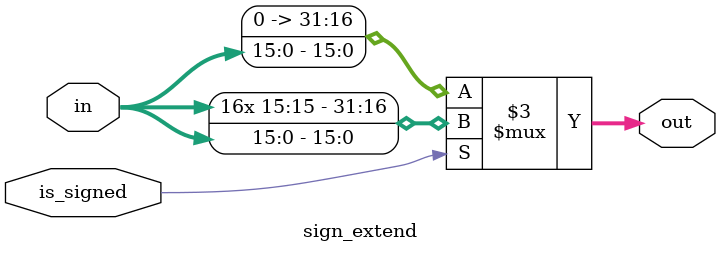
<source format=sv>
module sign_extend
#(parameter int WIDTH1 = 16, 
  parameter int WIDTH2 = WIDTH1*2)
(
    input logic [WIDTH1-1:0] in, 
    input logic is_signed, 
    output logic [WIDTH2-1:0] out
);

    always_comb begin 
        if(is_signed) begin 
            out = {{(WIDTH2-WIDTH1){in[WIDTH1-1]}}, in};
        end else begin 
            out = {{(WIDTH2-WIDTH1){1'b0}}, in};
        end 
    end
endmodule 
</source>
